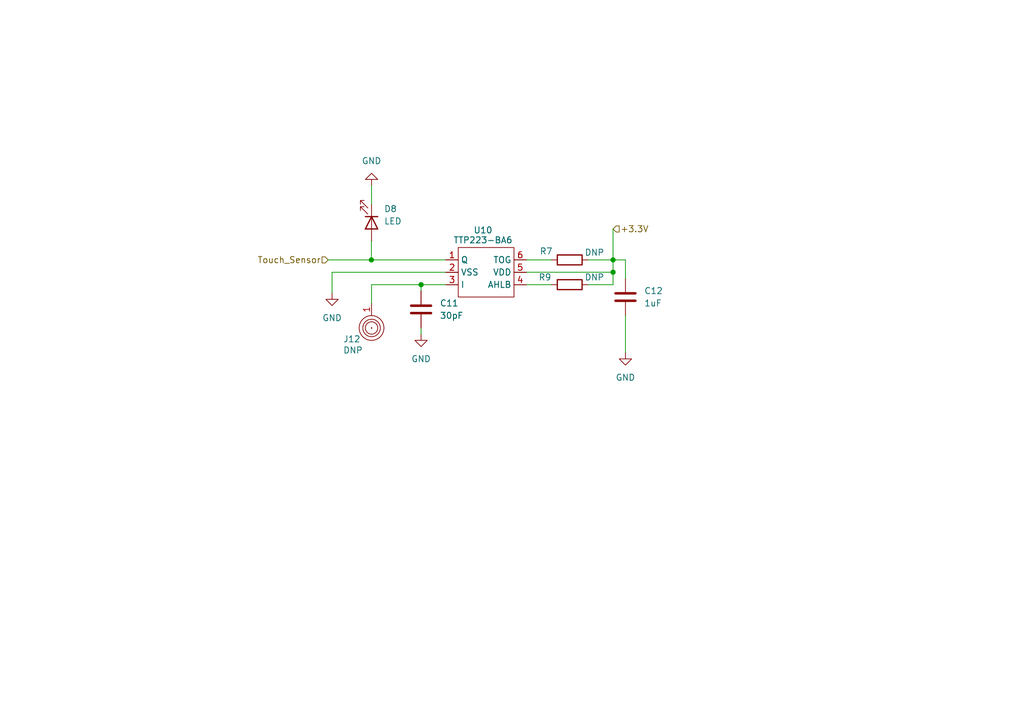
<source format=kicad_sch>
(kicad_sch (version 20231120) (generator "eeschema") (generator_version "8.0")
  (paper "A5")
  (lib_symbols
    (symbol "Device:C" (pin_numbers hide) (pin_names (offset 0.254))
      (property "Reference" "C" (at 0.635 2.54 0))
      (property "Value" "C" (at 0.635 -2.54 0))
      (symbol "C_0_1"
        (polyline (pts (xy -2.032 -0.762) (xy 2.032 -0.762)) (stroke (width 0.508)))
        (polyline (pts (xy -2.032 0.762) (xy 2.032 0.762)) (stroke (width 0.508)))
      )
      (symbol "C_1_1"
        (pin passive line (at 0 3.81 270) (length 2.794) (name "~") (number "1"))
        (pin passive line (at 0 -3.81 90) (length 2.794) (name "~") (number "2"))
      )
    )
    (symbol "Device:LED" (pin_numbers hide) (pin_names (offset 1.016) hide)
      (property "Reference" "D" (at 0 2.54 0))
      (property "Value" "LED" (at 0 -2.54 0))
      (symbol "LED_0_1"
        (polyline (pts (xy -1.27 -1.27) (xy -1.27 1.27)) (stroke (width 0.254)))
        (polyline (pts (xy -1.27 0) (xy 1.27 0)))
        (polyline (pts (xy 1.27 -1.27) (xy 1.27 1.27) (xy -1.27 0) (xy 1.27 -1.27)) (stroke (width 0.254)))
        (polyline (pts (xy -3.048 -0.762) (xy -4.572 -2.286) (xy -3.81 -2.286) (xy -4.572 -2.286) (xy -4.572 -1.524)))
        (polyline (pts (xy -1.778 -0.762) (xy -3.302 -2.286) (xy -2.54 -2.286) (xy -3.302 -2.286) (xy -3.302 -1.524)))
      )
      (symbol "LED_1_1"
        (pin passive line (at -3.81 0 0) (length 2.54) (name "K") (number "1"))
        (pin passive line (at 3.81 0 180) (length 2.54) (name "A") (number "2"))
      )
    )
    (symbol "Device:R" (pin_numbers hide) (pin_names (offset 0))
      (property "Reference" "R" (at 2.032 0 90))
      (property "Value" "R" (at 0 0 90))
      (symbol "R_0_1"
        (rectangle (start -1.016 -2.54) (end 1.016 2.54) (stroke (width 0.254)))
      )
      (symbol "R_1_1"
        (pin passive line (at 0 3.81 270) (length 1.27) (name "~") (number "1"))
        (pin passive line (at 0 -3.81 90) (length 1.27) (name "~") (number "2"))
      )
    )
    (symbol "TTP223B:TTP223B"
      (property "Reference" "U" (at 1.27 12.954 0))
      (symbol "TTP223B_0_1"
        (rectangle (start -3.81 11.43) (end 7.62 1.27))
      )
      (symbol "TTP223B_1_1"
        (pin input line (at -6.35 8.89 0) (length 2.54) (name "Q") (number "1"))
        (pin input line (at -6.35 6.35 0) (length 2.54) (name "VSS") (number "2"))
        (pin input line (at -6.35 3.81 0) (length 2.54) (name "I") (number "3"))
        (pin input line (at 10.16 3.81 180) (length 2.54) (name "AHLB") (number "4"))
        (pin input line (at 10.16 6.35 180) (length 2.54) (name "VDD") (number "5"))
        (pin input line (at 10.16 8.89 180) (length 2.54) (name "TOG") (number "6"))
      )
    )
    (symbol "Touch Pad:Touch_Pad"
      (property "Reference" "J" (at 0 0 0))
      (symbol "Touch_Pad_0_1"
        (circle (center 0 3.81) (radius 0.0001))
        (circle (center 0 3.81) (radius 1.27))
        (circle (center 0 3.81) (radius 1.7961))
        (circle (center 0 3.81) (radius 2.54))
      )
      (symbol "Touch_Pad_1_1"
        (pin input line (at 5.08 3.81 180) (length 2.54) (name "") (number "1"))
      )
    )
    (symbol "power:GND" (power) (pin_names (offset 0))
      (property "Value" "GND" (at 0 -3.81 0))
      (symbol "GND_0_1"
        (polyline (pts (xy 0 0) (xy 0 -1.27) (xy 1.27 -1.27) (xy 0 -2.54) (xy -1.27 -1.27) (xy 0 -1.27)))
      )
      (symbol "GND_1_1"
        (pin power_in line (at 0 0 270) (length 0) hide (name "GND") (number "1"))
      )
    )
  )
  (junction (at 125.73 53.34))
  (junction (at 86.36 58.42))
  (junction (at 76.1614 53.34))
  (junction (at 125.73 55.8631))
  (wire (pts (xy 76.1614 53.34) (xy 76.1614 49.53)))
  (wire (pts (xy 125.73 53.34) (xy 125.73 55.8631)))
  (wire (pts (xy 128.27 64.77) (xy 128.27 72.39)))
  (wire (pts (xy 76.2 38.1) (xy 76.2 41.91)))
  (wire (pts (xy 76.2 58.42) (xy 76.2 62.23)))
  (wire (pts (xy 125.73 53.34) (xy 120.65 53.34)))
  (wire (pts (xy 107.95 53.34) (xy 113.03 53.34)))
  (wire (pts (xy 76.1614 53.34) (xy 91.44 53.34)))
  (wire (pts (xy 107.95 58.42) (xy 113.03 58.42)))
  (wire (pts (xy 68.1078 55.88) (xy 68.1078 60.1631)))
  (wire (pts (xy 67.31 53.34) (xy 76.1614 53.34)))
  (wire (pts (xy 86.36 58.42) (xy 91.44 58.42)))
  (wire (pts (xy 86.36 67.31) (xy 86.36 68.58)))
  (wire (pts (xy 86.36 58.42) (xy 86.36 59.69)))
  (wire (pts (xy 91.44 55.88) (xy 68.1078 55.88)))
  (wire (pts (xy 125.73 58.42) (xy 120.65 58.42)))
  (wire (pts (xy 125.73 55.8631) (xy 125.73 58.42)))
  (wire (pts (xy 76.2 58.42) (xy 86.36 58.42)))
  (wire (pts (xy 125.73 55.8631) (xy 107.95 55.8631)))
  (wire (pts (xy 125.73 46.99) (xy 125.73 53.34)))
  (wire (pts (xy 76.1614 49.53) (xy 76.2 49.53)))
  (wire (pts (xy 128.27 53.34) (xy 128.27 57.15)))
  (wire (pts (xy 107.95 55.8631) (xy 107.95 55.88)))
  (wire (pts (xy 128.27 53.34) (xy 125.73 53.34)))
  (hierarchical_label "Touch_Sensor" (shape input) (at 67.31 53.34 180))
  (hierarchical_label "+3.3V" (shape input) (at 125.73 46.99 0))
  (symbol (lib_id "power:GND") (at 68.1078 60.1631 0) (unit 1)
    (property "Reference" "#PWR046" (effects (hide yes)))
    (property "Value" "GND" (at 68.1078 65.2431 0))
    (property "Description" "Power symbol creates a global label with name \"GND\" , ground" (effects (hide yes)))
  )
  (symbol (lib_id "Device:LED") (at 76.2 45.72 270) (unit 1)
    (property "Reference" "D8" (at 78.74 42.8624 90) (effects (justify left)))
    (property "Value" "LED" (at 78.74 45.4024 90) (effects (justify left)))
    (property "Footprint" "LED_SMD:LED_0603_1608Metric" (effects (hide yes)))
    (property "Description" "Light emitting diode" (effects (hide yes)))
    (property "MPN" "NCD0603R1" (effects (hide yes)))
  )
  (symbol (lib_id "power:GND") (at 128.27 72.39 0) (unit 1)
    (property "Reference" "#PWR045" (effects (hide yes)))
    (property "Value" "GND" (at 128.27 77.47 0))
    (property "Description" "Power symbol creates a global label with name \"GND\" , ground" (effects (hide yes)))
  )
  (symbol (lib_id "power:GND") (at 76.2 38.1 180) (unit 1)
    (property "Reference" "#PWR047" (effects (hide yes)))
    (property "Value" "GND" (at 76.2 33.02 0))
    (property "Description" "Power symbol creates a global label with name \"GND\" , ground" (effects (hide yes)))
  )
  (symbol (lib_id "Device:C") (at 86.36 63.5 0) (unit 1)
    (property "Reference" "C11" (at 90.17 62.2299 0) (effects (justify left)))
    (property "Value" "30pF" (at 90.17 64.7699 0) (effects (justify left)))
    (property "Footprint" "Capacitor_SMD:C_0603_1608Metric" (effects (hide yes)))
    (property "Description" "Unpolarized capacitor" (effects (hide yes)))
  )
  (symbol (lib_id "TTP223B:TTP223B") (at 97.79 62.23 0) (unit 1)
    (property "Reference" "U10" (at 99.06 47.244 0))
    (property "Value" "TTP223-BA6" (at 99.06 49.276 0))
    (property "Footprint" "RP2040_minimal:TTP223" (effects (hide yes)))
    (property "Link" "https://pdf.direnc.net/upload/ttp223.pdf" (effects (hide yes)))
    (property "MPN" "TTP223-BA6" (effects (hide yes)))
  )
  (symbol (lib_id "Device:C") (at 128.27 60.96 0) (unit 1)
    (property "Reference" "C12" (at 132.08 59.6899 0) (effects (justify left)))
    (property "Value" "1uF" (at 132.08 62.2299 0) (effects (justify left)))
    (property "Footprint" "Capacitor_SMD:C_0603_1608Metric" (effects (hide yes)))
    (property "Description" "Unpolarized capacitor" (effects (hide yes)))
  )
  (symbol (lib_id "power:GND") (at 86.36 68.58 0) (unit 1)
    (property "Reference" "#PWR044" (effects (hide yes)))
    (property "Value" "GND" (at 86.36 73.66 0))
    (property "Description" "Power symbol creates a global label with name \"GND\" , ground" (effects (hide yes)))
  )
  (symbol (lib_id "Device:R") (at 116.84 58.42 270) (unit 1)
    (property "Reference" "R9" (at 111.76 56.896 90))
    (property "Value" "DNP" (at 121.92 56.896 90))
    (property "Footprint" "Resistor_SMD:R_0603_1608Metric" (effects (hide yes)))
    (property "Description" "Resistor" (effects (hide yes)))
  )
  (symbol (lib_id "Device:R") (at 116.84 53.34 270) (unit 1)
    (property "Reference" "R7" (at 112.014 51.562 90))
    (property "Value" "DNP" (at 121.92 51.816 90))
    (property "Footprint" "Resistor_SMD:R_0603_1608Metric" (effects (hide yes)))
    (property "Description" "Resistor" (effects (hide yes)))
  )
  (symbol (lib_id "Touch Pad:Touch_Pad") (at 80.01 67.31 90) (unit 1)
    (property "Reference" "J12" (at 70.358 69.596 90) (effects (justify right)))
    (property "Value" "DNP" (at 72.39 71.882 90))
    (property "Footprint" "RP2040_minimal:Touch Pad" (effects (hide yes)))
  )
)
</source>
